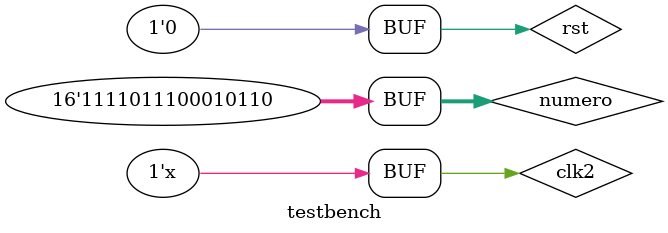
<source format=v>
`timescale 1ns / 1ps


module testbench;

	// Inputs

	reg [15:0] numero=0;
	reg clk2;
	reg rst;

	// Outputs
	wire [0:6] sseg;
	wire [3:0] an;
	

	// Instantiate the Unit Under Test (UUT)
	display uut (
	
		.num(numero), 
		.clk(clk2), 
		.sseg(sseg), 
		.an(an), 
		.rst(rst)
	);

	initial begin
	
		// Initialize Inputs
		clk2= 0;
		rst = 1;

#20;	rst =0;
		#120000;
		numero = 1224;   //4c8
		#900000;
		numero = 63254;   //f716

   	end   

	always #1 clk2 = ~clk2;

endmodule


</source>
